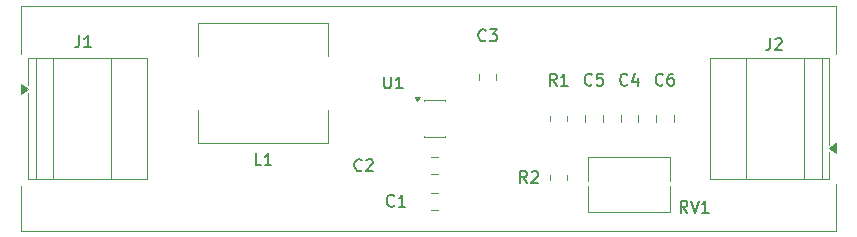
<source format=gbr>
%TF.GenerationSoftware,KiCad,Pcbnew,9.0.6*%
%TF.CreationDate,2026-01-20T00:14:11+05:30*%
%TF.ProjectId,buck_conv_lmr51430,6275636b-5f63-46f6-9e76-5f6c6d723531,rev?*%
%TF.SameCoordinates,Original*%
%TF.FileFunction,Legend,Top*%
%TF.FilePolarity,Positive*%
%FSLAX46Y46*%
G04 Gerber Fmt 4.6, Leading zero omitted, Abs format (unit mm)*
G04 Created by KiCad (PCBNEW 9.0.6) date 2026-01-20 00:14:11*
%MOMM*%
%LPD*%
G01*
G04 APERTURE LIST*
%ADD10C,0.100000*%
%ADD11C,0.150000*%
%ADD12C,0.120000*%
G04 APERTURE END LIST*
D10*
X120500000Y-99500000D02*
X189500000Y-99500000D01*
X189500000Y-80500000D02*
X120500000Y-80500000D01*
X120500000Y-80500000D02*
X120500000Y-84500000D01*
X120500000Y-95750000D02*
X120500000Y-99500000D01*
X189500000Y-99500000D02*
X189500000Y-95500000D01*
X189500000Y-84500000D02*
X189500000Y-80500000D01*
D11*
X151238095Y-86454819D02*
X151238095Y-87264342D01*
X151238095Y-87264342D02*
X151285714Y-87359580D01*
X151285714Y-87359580D02*
X151333333Y-87407200D01*
X151333333Y-87407200D02*
X151428571Y-87454819D01*
X151428571Y-87454819D02*
X151619047Y-87454819D01*
X151619047Y-87454819D02*
X151714285Y-87407200D01*
X151714285Y-87407200D02*
X151761904Y-87359580D01*
X151761904Y-87359580D02*
X151809523Y-87264342D01*
X151809523Y-87264342D02*
X151809523Y-86454819D01*
X152809523Y-87454819D02*
X152238095Y-87454819D01*
X152523809Y-87454819D02*
X152523809Y-86454819D01*
X152523809Y-86454819D02*
X152428571Y-86597676D01*
X152428571Y-86597676D02*
X152333333Y-86692914D01*
X152333333Y-86692914D02*
X152238095Y-86740533D01*
X171833333Y-87109580D02*
X171785714Y-87157200D01*
X171785714Y-87157200D02*
X171642857Y-87204819D01*
X171642857Y-87204819D02*
X171547619Y-87204819D01*
X171547619Y-87204819D02*
X171404762Y-87157200D01*
X171404762Y-87157200D02*
X171309524Y-87061961D01*
X171309524Y-87061961D02*
X171261905Y-86966723D01*
X171261905Y-86966723D02*
X171214286Y-86776247D01*
X171214286Y-86776247D02*
X171214286Y-86633390D01*
X171214286Y-86633390D02*
X171261905Y-86442914D01*
X171261905Y-86442914D02*
X171309524Y-86347676D01*
X171309524Y-86347676D02*
X171404762Y-86252438D01*
X171404762Y-86252438D02*
X171547619Y-86204819D01*
X171547619Y-86204819D02*
X171642857Y-86204819D01*
X171642857Y-86204819D02*
X171785714Y-86252438D01*
X171785714Y-86252438D02*
X171833333Y-86300057D01*
X172690476Y-86538152D02*
X172690476Y-87204819D01*
X172452381Y-86157200D02*
X172214286Y-86871485D01*
X172214286Y-86871485D02*
X172833333Y-86871485D01*
X149333333Y-94359580D02*
X149285714Y-94407200D01*
X149285714Y-94407200D02*
X149142857Y-94454819D01*
X149142857Y-94454819D02*
X149047619Y-94454819D01*
X149047619Y-94454819D02*
X148904762Y-94407200D01*
X148904762Y-94407200D02*
X148809524Y-94311961D01*
X148809524Y-94311961D02*
X148761905Y-94216723D01*
X148761905Y-94216723D02*
X148714286Y-94026247D01*
X148714286Y-94026247D02*
X148714286Y-93883390D01*
X148714286Y-93883390D02*
X148761905Y-93692914D01*
X148761905Y-93692914D02*
X148809524Y-93597676D01*
X148809524Y-93597676D02*
X148904762Y-93502438D01*
X148904762Y-93502438D02*
X149047619Y-93454819D01*
X149047619Y-93454819D02*
X149142857Y-93454819D01*
X149142857Y-93454819D02*
X149285714Y-93502438D01*
X149285714Y-93502438D02*
X149333333Y-93550057D01*
X149714286Y-93550057D02*
X149761905Y-93502438D01*
X149761905Y-93502438D02*
X149857143Y-93454819D01*
X149857143Y-93454819D02*
X150095238Y-93454819D01*
X150095238Y-93454819D02*
X150190476Y-93502438D01*
X150190476Y-93502438D02*
X150238095Y-93550057D01*
X150238095Y-93550057D02*
X150285714Y-93645295D01*
X150285714Y-93645295D02*
X150285714Y-93740533D01*
X150285714Y-93740533D02*
X150238095Y-93883390D01*
X150238095Y-93883390D02*
X149666667Y-94454819D01*
X149666667Y-94454819D02*
X150285714Y-94454819D01*
X176904761Y-97954819D02*
X176571428Y-97478628D01*
X176333333Y-97954819D02*
X176333333Y-96954819D01*
X176333333Y-96954819D02*
X176714285Y-96954819D01*
X176714285Y-96954819D02*
X176809523Y-97002438D01*
X176809523Y-97002438D02*
X176857142Y-97050057D01*
X176857142Y-97050057D02*
X176904761Y-97145295D01*
X176904761Y-97145295D02*
X176904761Y-97288152D01*
X176904761Y-97288152D02*
X176857142Y-97383390D01*
X176857142Y-97383390D02*
X176809523Y-97431009D01*
X176809523Y-97431009D02*
X176714285Y-97478628D01*
X176714285Y-97478628D02*
X176333333Y-97478628D01*
X177190476Y-96954819D02*
X177523809Y-97954819D01*
X177523809Y-97954819D02*
X177857142Y-96954819D01*
X178714285Y-97954819D02*
X178142857Y-97954819D01*
X178428571Y-97954819D02*
X178428571Y-96954819D01*
X178428571Y-96954819D02*
X178333333Y-97097676D01*
X178333333Y-97097676D02*
X178238095Y-97192914D01*
X178238095Y-97192914D02*
X178142857Y-97240533D01*
X125416666Y-82954819D02*
X125416666Y-83669104D01*
X125416666Y-83669104D02*
X125369047Y-83811961D01*
X125369047Y-83811961D02*
X125273809Y-83907200D01*
X125273809Y-83907200D02*
X125130952Y-83954819D01*
X125130952Y-83954819D02*
X125035714Y-83954819D01*
X126416666Y-83954819D02*
X125845238Y-83954819D01*
X126130952Y-83954819D02*
X126130952Y-82954819D01*
X126130952Y-82954819D02*
X126035714Y-83097676D01*
X126035714Y-83097676D02*
X125940476Y-83192914D01*
X125940476Y-83192914D02*
X125845238Y-83240533D01*
X159833333Y-83359580D02*
X159785714Y-83407200D01*
X159785714Y-83407200D02*
X159642857Y-83454819D01*
X159642857Y-83454819D02*
X159547619Y-83454819D01*
X159547619Y-83454819D02*
X159404762Y-83407200D01*
X159404762Y-83407200D02*
X159309524Y-83311961D01*
X159309524Y-83311961D02*
X159261905Y-83216723D01*
X159261905Y-83216723D02*
X159214286Y-83026247D01*
X159214286Y-83026247D02*
X159214286Y-82883390D01*
X159214286Y-82883390D02*
X159261905Y-82692914D01*
X159261905Y-82692914D02*
X159309524Y-82597676D01*
X159309524Y-82597676D02*
X159404762Y-82502438D01*
X159404762Y-82502438D02*
X159547619Y-82454819D01*
X159547619Y-82454819D02*
X159642857Y-82454819D01*
X159642857Y-82454819D02*
X159785714Y-82502438D01*
X159785714Y-82502438D02*
X159833333Y-82550057D01*
X160166667Y-82454819D02*
X160785714Y-82454819D01*
X160785714Y-82454819D02*
X160452381Y-82835771D01*
X160452381Y-82835771D02*
X160595238Y-82835771D01*
X160595238Y-82835771D02*
X160690476Y-82883390D01*
X160690476Y-82883390D02*
X160738095Y-82931009D01*
X160738095Y-82931009D02*
X160785714Y-83026247D01*
X160785714Y-83026247D02*
X160785714Y-83264342D01*
X160785714Y-83264342D02*
X160738095Y-83359580D01*
X160738095Y-83359580D02*
X160690476Y-83407200D01*
X160690476Y-83407200D02*
X160595238Y-83454819D01*
X160595238Y-83454819D02*
X160309524Y-83454819D01*
X160309524Y-83454819D02*
X160214286Y-83407200D01*
X160214286Y-83407200D02*
X160166667Y-83359580D01*
X163333333Y-95454819D02*
X163000000Y-94978628D01*
X162761905Y-95454819D02*
X162761905Y-94454819D01*
X162761905Y-94454819D02*
X163142857Y-94454819D01*
X163142857Y-94454819D02*
X163238095Y-94502438D01*
X163238095Y-94502438D02*
X163285714Y-94550057D01*
X163285714Y-94550057D02*
X163333333Y-94645295D01*
X163333333Y-94645295D02*
X163333333Y-94788152D01*
X163333333Y-94788152D02*
X163285714Y-94883390D01*
X163285714Y-94883390D02*
X163238095Y-94931009D01*
X163238095Y-94931009D02*
X163142857Y-94978628D01*
X163142857Y-94978628D02*
X162761905Y-94978628D01*
X163714286Y-94550057D02*
X163761905Y-94502438D01*
X163761905Y-94502438D02*
X163857143Y-94454819D01*
X163857143Y-94454819D02*
X164095238Y-94454819D01*
X164095238Y-94454819D02*
X164190476Y-94502438D01*
X164190476Y-94502438D02*
X164238095Y-94550057D01*
X164238095Y-94550057D02*
X164285714Y-94645295D01*
X164285714Y-94645295D02*
X164285714Y-94740533D01*
X164285714Y-94740533D02*
X164238095Y-94883390D01*
X164238095Y-94883390D02*
X163666667Y-95454819D01*
X163666667Y-95454819D02*
X164285714Y-95454819D01*
X174833333Y-87109580D02*
X174785714Y-87157200D01*
X174785714Y-87157200D02*
X174642857Y-87204819D01*
X174642857Y-87204819D02*
X174547619Y-87204819D01*
X174547619Y-87204819D02*
X174404762Y-87157200D01*
X174404762Y-87157200D02*
X174309524Y-87061961D01*
X174309524Y-87061961D02*
X174261905Y-86966723D01*
X174261905Y-86966723D02*
X174214286Y-86776247D01*
X174214286Y-86776247D02*
X174214286Y-86633390D01*
X174214286Y-86633390D02*
X174261905Y-86442914D01*
X174261905Y-86442914D02*
X174309524Y-86347676D01*
X174309524Y-86347676D02*
X174404762Y-86252438D01*
X174404762Y-86252438D02*
X174547619Y-86204819D01*
X174547619Y-86204819D02*
X174642857Y-86204819D01*
X174642857Y-86204819D02*
X174785714Y-86252438D01*
X174785714Y-86252438D02*
X174833333Y-86300057D01*
X175690476Y-86204819D02*
X175500000Y-86204819D01*
X175500000Y-86204819D02*
X175404762Y-86252438D01*
X175404762Y-86252438D02*
X175357143Y-86300057D01*
X175357143Y-86300057D02*
X175261905Y-86442914D01*
X175261905Y-86442914D02*
X175214286Y-86633390D01*
X175214286Y-86633390D02*
X175214286Y-87014342D01*
X175214286Y-87014342D02*
X175261905Y-87109580D01*
X175261905Y-87109580D02*
X175309524Y-87157200D01*
X175309524Y-87157200D02*
X175404762Y-87204819D01*
X175404762Y-87204819D02*
X175595238Y-87204819D01*
X175595238Y-87204819D02*
X175690476Y-87157200D01*
X175690476Y-87157200D02*
X175738095Y-87109580D01*
X175738095Y-87109580D02*
X175785714Y-87014342D01*
X175785714Y-87014342D02*
X175785714Y-86776247D01*
X175785714Y-86776247D02*
X175738095Y-86681009D01*
X175738095Y-86681009D02*
X175690476Y-86633390D01*
X175690476Y-86633390D02*
X175595238Y-86585771D01*
X175595238Y-86585771D02*
X175404762Y-86585771D01*
X175404762Y-86585771D02*
X175309524Y-86633390D01*
X175309524Y-86633390D02*
X175261905Y-86681009D01*
X175261905Y-86681009D02*
X175214286Y-86776247D01*
X152083333Y-97359580D02*
X152035714Y-97407200D01*
X152035714Y-97407200D02*
X151892857Y-97454819D01*
X151892857Y-97454819D02*
X151797619Y-97454819D01*
X151797619Y-97454819D02*
X151654762Y-97407200D01*
X151654762Y-97407200D02*
X151559524Y-97311961D01*
X151559524Y-97311961D02*
X151511905Y-97216723D01*
X151511905Y-97216723D02*
X151464286Y-97026247D01*
X151464286Y-97026247D02*
X151464286Y-96883390D01*
X151464286Y-96883390D02*
X151511905Y-96692914D01*
X151511905Y-96692914D02*
X151559524Y-96597676D01*
X151559524Y-96597676D02*
X151654762Y-96502438D01*
X151654762Y-96502438D02*
X151797619Y-96454819D01*
X151797619Y-96454819D02*
X151892857Y-96454819D01*
X151892857Y-96454819D02*
X152035714Y-96502438D01*
X152035714Y-96502438D02*
X152083333Y-96550057D01*
X153035714Y-97454819D02*
X152464286Y-97454819D01*
X152750000Y-97454819D02*
X152750000Y-96454819D01*
X152750000Y-96454819D02*
X152654762Y-96597676D01*
X152654762Y-96597676D02*
X152559524Y-96692914D01*
X152559524Y-96692914D02*
X152464286Y-96740533D01*
X165833333Y-87204819D02*
X165500000Y-86728628D01*
X165261905Y-87204819D02*
X165261905Y-86204819D01*
X165261905Y-86204819D02*
X165642857Y-86204819D01*
X165642857Y-86204819D02*
X165738095Y-86252438D01*
X165738095Y-86252438D02*
X165785714Y-86300057D01*
X165785714Y-86300057D02*
X165833333Y-86395295D01*
X165833333Y-86395295D02*
X165833333Y-86538152D01*
X165833333Y-86538152D02*
X165785714Y-86633390D01*
X165785714Y-86633390D02*
X165738095Y-86681009D01*
X165738095Y-86681009D02*
X165642857Y-86728628D01*
X165642857Y-86728628D02*
X165261905Y-86728628D01*
X166785714Y-87204819D02*
X166214286Y-87204819D01*
X166500000Y-87204819D02*
X166500000Y-86204819D01*
X166500000Y-86204819D02*
X166404762Y-86347676D01*
X166404762Y-86347676D02*
X166309524Y-86442914D01*
X166309524Y-86442914D02*
X166214286Y-86490533D01*
X140833333Y-93954819D02*
X140357143Y-93954819D01*
X140357143Y-93954819D02*
X140357143Y-92954819D01*
X141690476Y-93954819D02*
X141119048Y-93954819D01*
X141404762Y-93954819D02*
X141404762Y-92954819D01*
X141404762Y-92954819D02*
X141309524Y-93097676D01*
X141309524Y-93097676D02*
X141214286Y-93192914D01*
X141214286Y-93192914D02*
X141119048Y-93240533D01*
X168833333Y-87109580D02*
X168785714Y-87157200D01*
X168785714Y-87157200D02*
X168642857Y-87204819D01*
X168642857Y-87204819D02*
X168547619Y-87204819D01*
X168547619Y-87204819D02*
X168404762Y-87157200D01*
X168404762Y-87157200D02*
X168309524Y-87061961D01*
X168309524Y-87061961D02*
X168261905Y-86966723D01*
X168261905Y-86966723D02*
X168214286Y-86776247D01*
X168214286Y-86776247D02*
X168214286Y-86633390D01*
X168214286Y-86633390D02*
X168261905Y-86442914D01*
X168261905Y-86442914D02*
X168309524Y-86347676D01*
X168309524Y-86347676D02*
X168404762Y-86252438D01*
X168404762Y-86252438D02*
X168547619Y-86204819D01*
X168547619Y-86204819D02*
X168642857Y-86204819D01*
X168642857Y-86204819D02*
X168785714Y-86252438D01*
X168785714Y-86252438D02*
X168833333Y-86300057D01*
X169738095Y-86204819D02*
X169261905Y-86204819D01*
X169261905Y-86204819D02*
X169214286Y-86681009D01*
X169214286Y-86681009D02*
X169261905Y-86633390D01*
X169261905Y-86633390D02*
X169357143Y-86585771D01*
X169357143Y-86585771D02*
X169595238Y-86585771D01*
X169595238Y-86585771D02*
X169690476Y-86633390D01*
X169690476Y-86633390D02*
X169738095Y-86681009D01*
X169738095Y-86681009D02*
X169785714Y-86776247D01*
X169785714Y-86776247D02*
X169785714Y-87014342D01*
X169785714Y-87014342D02*
X169738095Y-87109580D01*
X169738095Y-87109580D02*
X169690476Y-87157200D01*
X169690476Y-87157200D02*
X169595238Y-87204819D01*
X169595238Y-87204819D02*
X169357143Y-87204819D01*
X169357143Y-87204819D02*
X169261905Y-87157200D01*
X169261905Y-87157200D02*
X169214286Y-87109580D01*
X183916666Y-83204819D02*
X183916666Y-83919104D01*
X183916666Y-83919104D02*
X183869047Y-84061961D01*
X183869047Y-84061961D02*
X183773809Y-84157200D01*
X183773809Y-84157200D02*
X183630952Y-84204819D01*
X183630952Y-84204819D02*
X183535714Y-84204819D01*
X184345238Y-83300057D02*
X184392857Y-83252438D01*
X184392857Y-83252438D02*
X184488095Y-83204819D01*
X184488095Y-83204819D02*
X184726190Y-83204819D01*
X184726190Y-83204819D02*
X184821428Y-83252438D01*
X184821428Y-83252438D02*
X184869047Y-83300057D01*
X184869047Y-83300057D02*
X184916666Y-83395295D01*
X184916666Y-83395295D02*
X184916666Y-83490533D01*
X184916666Y-83490533D02*
X184869047Y-83633390D01*
X184869047Y-83633390D02*
X184297619Y-84204819D01*
X184297619Y-84204819D02*
X184916666Y-84204819D01*
D12*
%TO.C,U1*%
X154590000Y-88440000D02*
X156410000Y-88440000D01*
X154590000Y-88490000D02*
X154590000Y-88440000D01*
X154590000Y-91560000D02*
X154590000Y-91510000D01*
X156410000Y-88440000D02*
X156410000Y-88490000D01*
X156410000Y-91510000D02*
X156410000Y-91560000D01*
X156410000Y-91560000D02*
X154590000Y-91560000D01*
X154050000Y-88490000D02*
X153810000Y-88160000D01*
X154290000Y-88160000D01*
X154050000Y-88490000D01*
G36*
X154050000Y-88490000D02*
G01*
X153810000Y-88160000D01*
X154290000Y-88160000D01*
X154050000Y-88490000D01*
G37*
%TO.C,C4*%
X171265000Y-89738748D02*
X171265000Y-90261252D01*
X172735000Y-89738748D02*
X172735000Y-90261252D01*
%TO.C,C2*%
X155238748Y-93265000D02*
X155761252Y-93265000D01*
X155238748Y-94735000D02*
X155761252Y-94735000D01*
%TO.C,RV1*%
X168535000Y-93230000D02*
X175465000Y-93230000D01*
X168535000Y-95283000D02*
X168535000Y-93230000D01*
X168535000Y-97950000D02*
X168535000Y-95717000D01*
X175465000Y-93230000D02*
X175465000Y-95283000D01*
X175465000Y-95717000D02*
X175465000Y-97950000D01*
X175465000Y-97950000D02*
X168535000Y-97950000D01*
%TO.C,J1*%
X121107500Y-84880000D02*
X131147500Y-84880000D01*
X121107500Y-87200000D02*
X121107500Y-84880000D01*
X121107500Y-95120000D02*
X121107500Y-87800000D01*
X121727500Y-84880000D02*
X121727500Y-95120000D01*
X123227500Y-84880000D02*
X123227500Y-95120000D01*
X128127500Y-84880000D02*
X128127500Y-95120000D01*
X131147500Y-84880000D02*
X131147500Y-95120000D01*
X131147500Y-95120000D02*
X121107500Y-95120000D01*
X121107500Y-87500000D02*
X120497500Y-87940000D01*
X120497500Y-87060000D01*
X121107500Y-87500000D01*
G36*
X121107500Y-87500000D02*
G01*
X120497500Y-87940000D01*
X120497500Y-87060000D01*
X121107500Y-87500000D01*
G37*
%TO.C,C3*%
X159265000Y-86761252D02*
X159265000Y-86238748D01*
X160735000Y-86761252D02*
X160735000Y-86238748D01*
%TO.C,R2*%
X165265000Y-94772936D02*
X165265000Y-95227064D01*
X166735000Y-94772936D02*
X166735000Y-95227064D01*
%TO.C,C6*%
X174265000Y-89738748D02*
X174265000Y-90261252D01*
X175735000Y-89738748D02*
X175735000Y-90261252D01*
%TO.C,C1*%
X155238748Y-96265000D02*
X155761252Y-96265000D01*
X155238748Y-97735000D02*
X155761252Y-97735000D01*
%TO.C,R1*%
X165265000Y-89772936D02*
X165265000Y-90227064D01*
X166735000Y-89772936D02*
X166735000Y-90227064D01*
%TO.C,L1*%
X135490000Y-81890000D02*
X146510000Y-81890000D01*
X135490000Y-84690000D02*
X135490000Y-81890000D01*
X135490000Y-92110000D02*
X135490000Y-89310000D01*
X146510000Y-81890000D02*
X146510000Y-84690000D01*
X146510000Y-89310000D02*
X146510000Y-92110000D01*
X146510000Y-92110000D02*
X135490000Y-92110000D01*
%TO.C,C5*%
X168255000Y-89738748D02*
X168255000Y-90261252D01*
X169725000Y-89738748D02*
X169725000Y-90261252D01*
%TO.C,J2*%
X178852500Y-84880000D02*
X188892500Y-84880000D01*
X178852500Y-95120000D02*
X178852500Y-84880000D01*
X181872500Y-95120000D02*
X181872500Y-84880000D01*
X186772500Y-95120000D02*
X186772500Y-84880000D01*
X188272500Y-95120000D02*
X188272500Y-84880000D01*
X188892500Y-84880000D02*
X188892500Y-92200000D01*
X188892500Y-92800000D02*
X188892500Y-95120000D01*
X188892500Y-95120000D02*
X178852500Y-95120000D01*
X189502500Y-92940000D02*
X188892500Y-92500000D01*
X189502500Y-92060000D01*
X189502500Y-92940000D01*
G36*
X189502500Y-92940000D02*
G01*
X188892500Y-92500000D01*
X189502500Y-92060000D01*
X189502500Y-92940000D01*
G37*
%TD*%
M02*

</source>
